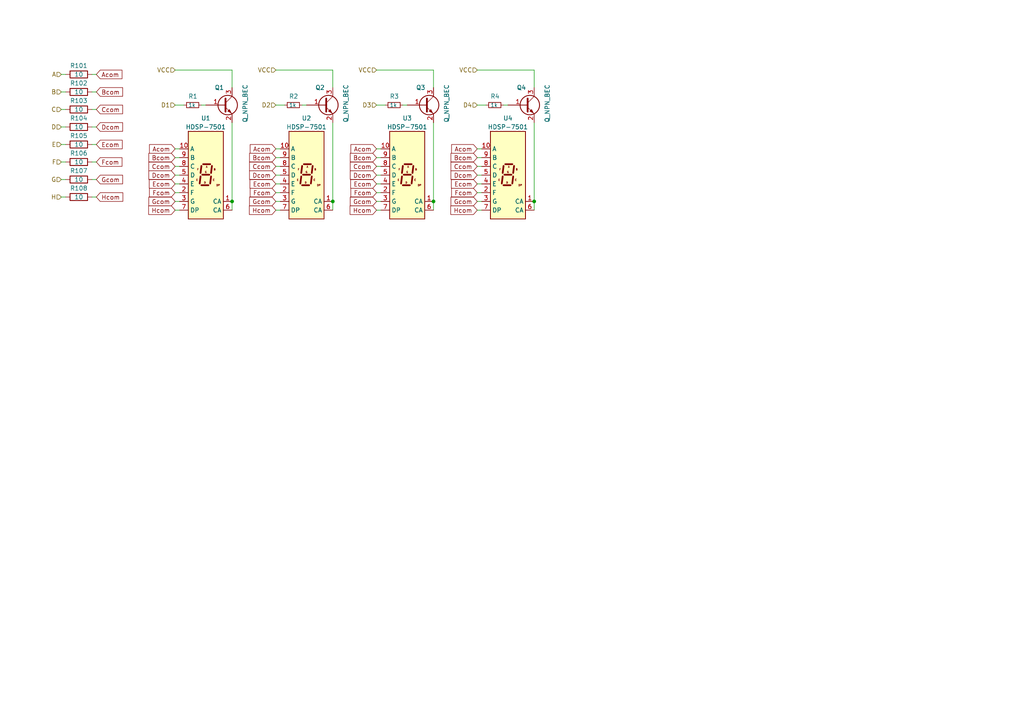
<source format=kicad_sch>
(kicad_sch (version 20211123) (generator eeschema)
  (paper "A4")
  (title_block (title "4 digit display") (date "2022-06-04") (rev "1.0.0") (company "Poznan University of Technology"))
  (lib_symbols
    (symbol "Device:Q_NPN_BEC" (pin_names (offset 0) hide)
      (property "Reference" "Q" (at 5.08 1.27 0))
      (property "Value" "Q_NPN_BEC" (at 5.08 -1.27 0))
      (symbol "Q_NPN_BEC_0_1"
        (polyline (pts (xy 0.635 0.635) (xy 2.54 2.54)))
        (polyline (pts (xy 0.635 -0.635) (xy 2.54 -2.54) (xy 2.54 -2.54)))
        (polyline (pts (xy 0.635 1.905) (xy 0.635 -1.905) (xy 0.635 -1.905)) (stroke (width 0.508)))
        (polyline (pts (xy 1.27 -1.778) (xy 1.778 -1.27) (xy 2.286 -2.286) (xy 1.27 -1.778) (xy 1.27 -1.778)) (fill (type outline)))
        (circle (center 1.27 0) (radius 2.8194) (stroke (width 0.254)))
      )
      (symbol "Q_NPN_BEC_1_1"
        (pin input line (at -5.08 0 0) (length 5.715) (name "B") (number "1"))
        (pin passive line (at 2.54 -5.08 90) (length 2.54) (name "E") (number "2"))
        (pin passive line (at 2.54 5.08 270) (length 2.54) (name "C") (number "3"))
      )
    )
    (symbol "Device:R" (pin_numbers hide) (pin_names (offset 0))
      (property "Reference" "R" (at 2.032 0 90))
      (property "Value" "R" (at 0 0 90))
      (symbol "R_0_1"
        (rectangle (start -1.016 -2.54) (end 1.016 2.54) (stroke (width 0.254)))
      )
      (symbol "R_1_1"
        (pin passive line (at 0 3.81 270) (length 1.27) (name "~") (number "1"))
        (pin passive line (at 0 -3.81 90) (length 1.27) (name "~") (number "2"))
      )
    )
    (symbol "Device:R_Small" (pin_numbers hide) (pin_names (offset 0.254) hide)
      (property "Reference" "R" (at 0.762 0.508 0))
      (property "Value" "R_Small" (at 0.762 -1.016 0))
      (symbol "R_Small_0_1"
        (rectangle (start -0.762 1.778) (end 0.762 -1.778) (stroke (width 0.2032)))
      )
      (symbol "R_Small_1_1"
        (pin passive line (at 0 2.54 270) (length 0.762) (name "~") (number "1"))
        (pin passive line (at 0 -2.54 90) (length 0.762) (name "~") (number "2"))
      )
    )
    (symbol "Display_Character:HDSP-7501"
      (property "Reference" "U" (at -3.81 13.97 0))
      (property "Value" "HDSP-7501" (at 6.35 13.97 0))
      (symbol "HDSP-7501_1_0"
        (text "A" (at 0.254 2.413 0) (effects (font (size 0.508 0.508))))
        (text "B" (at 2.54 1.651 0) (effects (font (size 0.508 0.508))))
        (text "C" (at 2.286 -1.397 0) (effects (font (size 0.508 0.508))))
        (text "D" (at -0.254 -2.159 0) (effects (font (size 0.508 0.508))))
        (text "DP" (at 3.556 -2.921 0) (effects (font (size 0.508 0.508))))
        (text "E" (at -2.54 -1.397 0) (effects (font (size 0.508 0.508))))
        (text "F" (at -2.286 1.651 0) (effects (font (size 0.508 0.508))))
        (text "G" (at 0 0.889 0) (effects (font (size 0.508 0.508))))
      )
      (symbol "HDSP-7501_1_1"
        (rectangle (start -5.08 12.7) (end 5.08 -12.7) (stroke (width 0.254)) (fill (type background)))
        (polyline (pts (xy -1.524 -0.381) (xy -1.778 -2.413)) (stroke (width 0.508)))
        (polyline (pts (xy -1.27 -2.921) (xy 0.762 -2.921)) (stroke (width 0.508)))
        (polyline (pts (xy -1.27 2.667) (xy -1.524 0.635)) (stroke (width 0.508)))
        (polyline (pts (xy -1.016 0.127) (xy 1.016 0.127)) (stroke (width 0.508)))
        (polyline (pts (xy -0.762 3.175) (xy 1.27 3.175)) (stroke (width 0.508)))
        (polyline (pts (xy 1.524 -0.381) (xy 1.27 -2.413)) (stroke (width 0.508)))
        (polyline (pts (xy 1.778 2.667) (xy 1.524 0.635)) (stroke (width 0.508)))
        (polyline (pts (xy 2.54 -2.921) (xy 2.54 -2.921)) (stroke (width 0.508)))
        (pin input line (at 7.62 -7.62 180) (length 2.54) (name "CA") (number "1"))
        (pin input line (at -7.62 7.62 0) (length 2.54) (name "A") (number "10"))
        (pin input line (at -7.62 -5.08 0) (length 2.54) (name "F") (number "2"))
        (pin input line (at -7.62 -7.62 0) (length 2.54) (name "G") (number "3"))
        (pin input line (at -7.62 -2.54 0) (length 2.54) (name "E") (number "4"))
        (pin input line (at -7.62 0 0) (length 2.54) (name "D") (number "5"))
        (pin input line (at 7.62 -10.16 180) (length 2.54) (name "CA") (number "6"))
        (pin input line (at -7.62 -10.16 0) (length 2.54) (name "DP") (number "7"))
        (pin input line (at -7.62 2.54 0) (length 2.54) (name "C") (number "8"))
        (pin input line (at -7.62 5.08 0) (length 2.54) (name "B") (number "9"))
      )
    )
  )
  (junction (at 154.94 58.42))
  (junction (at 96.52 58.42))
  (junction (at 67.31 58.42))
  (junction (at 125.73 58.42))
  (wire (pts (xy 50.8 60.96) (xy 52.07 60.96)))
  (wire (pts (xy 109.22 58.42) (xy 110.49 58.42)))
  (wire (pts (xy 109.22 60.96) (xy 110.49 60.96)))
  (wire (pts (xy 96.52 58.42) (xy 96.52 60.96)))
  (wire (pts (xy 80.01 60.96) (xy 81.28 60.96)))
  (wire (pts (xy 154.94 35.56) (xy 154.94 58.42)))
  (wire (pts (xy 109.22 48.26) (xy 110.49 48.26)))
  (wire (pts (xy 109.22 20.32) (xy 125.73 20.32)))
  (wire (pts (xy 17.78 26.67) (xy 19.05 26.67)))
  (wire (pts (xy 138.43 20.32) (xy 154.94 20.32)))
  (wire (pts (xy 26.67 41.91) (xy 27.94 41.91)))
  (wire (pts (xy 50.8 43.18) (xy 52.07 43.18)))
  (wire (pts (xy 138.43 45.72) (xy 139.7 45.72)))
  (wire (pts (xy 109.22 53.34) (xy 110.49 53.34)))
  (wire (pts (xy 50.8 20.32) (xy 67.31 20.32)))
  (wire (pts (xy 109.22 55.88) (xy 110.49 55.88)))
  (wire (pts (xy 80.01 58.42) (xy 81.28 58.42)))
  (wire (pts (xy 125.73 35.56) (xy 125.73 58.42)))
  (wire (pts (xy 138.43 50.8) (xy 139.7 50.8)))
  (wire (pts (xy 26.67 21.59) (xy 27.94 21.59)))
  (wire (pts (xy 80.01 45.72) (xy 81.28 45.72)))
  (wire (pts (xy 80.01 53.34) (xy 81.28 53.34)))
  (wire (pts (xy 109.22 45.72) (xy 110.49 45.72)))
  (wire (pts (xy 109.22 30.48) (xy 111.76 30.48)))
  (wire (pts (xy 50.8 45.72) (xy 52.07 45.72)))
  (wire (pts (xy 50.8 55.88) (xy 52.07 55.88)))
  (wire (pts (xy 26.67 57.15) (xy 27.94 57.15)))
  (wire (pts (xy 138.43 53.34) (xy 139.7 53.34)))
  (wire (pts (xy 116.84 30.48) (xy 118.11 30.48)))
  (wire (pts (xy 87.63 30.48) (xy 88.9 30.48)))
  (wire (pts (xy 138.43 30.48) (xy 140.97 30.48)))
  (wire (pts (xy 50.8 58.42) (xy 52.07 58.42)))
  (wire (pts (xy 67.31 35.56) (xy 67.31 58.42)))
  (wire (pts (xy 67.31 20.32) (xy 67.31 25.4)))
  (wire (pts (xy 17.78 21.59) (xy 19.05 21.59)))
  (wire (pts (xy 50.8 50.8) (xy 52.07 50.8)))
  (wire (pts (xy 50.8 30.48) (xy 53.34 30.48)))
  (wire (pts (xy 26.67 31.75) (xy 27.94 31.75)))
  (wire (pts (xy 67.31 58.42) (xy 67.31 60.96)))
  (wire (pts (xy 80.01 30.48) (xy 82.55 30.48)))
  (wire (pts (xy 26.67 36.83) (xy 27.94 36.83)))
  (wire (pts (xy 26.67 26.67) (xy 27.94 26.67)))
  (wire (pts (xy 17.78 57.15) (xy 19.05 57.15)))
  (wire (pts (xy 50.8 48.26) (xy 52.07 48.26)))
  (wire (pts (xy 96.52 20.32) (xy 96.52 25.4)))
  (wire (pts (xy 17.78 46.99) (xy 19.05 46.99)))
  (wire (pts (xy 80.01 50.8) (xy 81.28 50.8)))
  (wire (pts (xy 80.01 43.18) (xy 81.28 43.18)))
  (wire (pts (xy 26.67 46.99) (xy 27.94 46.99)))
  (wire (pts (xy 109.22 43.18) (xy 110.49 43.18)))
  (wire (pts (xy 17.78 41.91) (xy 19.05 41.91)))
  (wire (pts (xy 109.22 50.8) (xy 110.49 50.8)))
  (wire (pts (xy 26.67 52.07) (xy 27.94 52.07)))
  (wire (pts (xy 17.78 52.07) (xy 19.05 52.07)))
  (wire (pts (xy 138.43 55.88) (xy 139.7 55.88)))
  (wire (pts (xy 146.05 30.48) (xy 147.32 30.48)))
  (wire (pts (xy 80.01 20.32) (xy 96.52 20.32)))
  (wire (pts (xy 80.01 48.26) (xy 81.28 48.26)))
  (wire (pts (xy 138.43 58.42) (xy 139.7 58.42)))
  (wire (pts (xy 125.73 58.42) (xy 125.73 60.96)))
  (wire (pts (xy 125.73 20.32) (xy 125.73 25.4)))
  (wire (pts (xy 17.78 36.83) (xy 19.05 36.83)))
  (wire (pts (xy 138.43 48.26) (xy 139.7 48.26)))
  (wire (pts (xy 17.78 31.75) (xy 19.05 31.75)))
  (wire (pts (xy 154.94 58.42) (xy 154.94 60.96)))
  (wire (pts (xy 138.43 43.18) (xy 139.7 43.18)))
  (wire (pts (xy 58.42 30.48) (xy 59.69 30.48)))
  (wire (pts (xy 96.52 35.56) (xy 96.52 58.42)))
  (wire (pts (xy 138.43 60.96) (xy 139.7 60.96)))
  (wire (pts (xy 80.01 55.88) (xy 81.28 55.88)))
  (wire (pts (xy 50.8 53.34) (xy 52.07 53.34)))
  (wire (pts (xy 154.94 20.32) (xy 154.94 25.4)))
  (global_label "Ccom" (shape input) (at 27.94 31.75 0) (property "Intersheet References" "${INTERSHEET_REFS}" (effects hide)))
  (global_label "Ecom" (shape input) (at 80.01 53.34 180) (property "Intersheet References" "${INTERSHEET_REFS}" (effects hide)))
  (global_label "Fcom" (shape input) (at 80.01 55.88 180) (property "Intersheet References" "${INTERSHEET_REFS}" (effects hide)))
  (global_label "Fcom" (shape input) (at 138.43 55.88 180) (property "Intersheet References" "${INTERSHEET_REFS}" (effects hide)))
  (global_label "Ecom" (shape input) (at 138.43 53.34 180) (property "Intersheet References" "${INTERSHEET_REFS}" (effects hide)))
  (global_label "Bcom" (shape input) (at 50.8 45.72 180) (property "Intersheet References" "${INTERSHEET_REFS}" (effects hide)))
  (global_label "Dcom" (shape input) (at 27.94 36.83 0) (property "Intersheet References" "${INTERSHEET_REFS}" (effects hide)))
  (global_label "Dcom" (shape input) (at 109.22 50.8 180) (property "Intersheet References" "${INTERSHEET_REFS}" (effects hide)))
  (global_label "Bcom" (shape input) (at 27.94 26.67 0) (property "Intersheet References" "${INTERSHEET_REFS}" (effects hide)))
  (global_label "Hcom" (shape input) (at 109.22 60.96 180) (property "Intersheet References" "${INTERSHEET_REFS}" (effects hide)))
  (global_label "Hcom" (shape input) (at 27.94 57.15 0) (property "Intersheet References" "${INTERSHEET_REFS}" (effects hide)))
  (global_label "Ecom" (shape input) (at 27.94 41.91 0) (property "Intersheet References" "${INTERSHEET_REFS}" (effects hide)))
  (global_label "Hcom" (shape input) (at 138.43 60.96 180) (property "Intersheet References" "${INTERSHEET_REFS}" (effects hide)))
  (global_label "Ccom" (shape input) (at 138.43 48.26 180) (property "Intersheet References" "${INTERSHEET_REFS}" (effects hide)))
  (global_label "Acom" (shape input) (at 109.22 43.18 180) (property "Intersheet References" "${INTERSHEET_REFS}" (effects hide)))
  (global_label "Gcom" (shape input) (at 138.43 58.42 180) (property "Intersheet References" "${INTERSHEET_REFS}" (effects hide)))
  (global_label "Bcom" (shape input) (at 109.22 45.72 180) (property "Intersheet References" "${INTERSHEET_REFS}" (effects hide)))
  (global_label "Fcom" (shape input) (at 50.8 55.88 180) (property "Intersheet References" "${INTERSHEET_REFS}" (effects hide)))
  (global_label "Dcom" (shape input) (at 80.01 50.8 180) (property "Intersheet References" "${INTERSHEET_REFS}" (effects hide)))
  (global_label "Hcom" (shape input) (at 80.01 60.96 180) (property "Intersheet References" "${INTERSHEET_REFS}" (effects hide)))
  (global_label "Ecom" (shape input) (at 50.8 53.34 180) (property "Intersheet References" "${INTERSHEET_REFS}" (effects hide)))
  (global_label "Acom" (shape input) (at 27.94 21.59 0) (property "Intersheet References" "${INTERSHEET_REFS}" (effects hide)))
  (global_label "Bcom" (shape input) (at 80.01 45.72 180) (property "Intersheet References" "${INTERSHEET_REFS}" (effects hide)))
  (global_label "Gcom" (shape input) (at 109.22 58.42 180) (property "Intersheet References" "${INTERSHEET_REFS}" (effects hide)))
  (global_label "Gcom" (shape input) (at 80.01 58.42 180) (property "Intersheet References" "${INTERSHEET_REFS}" (effects hide)))
  (global_label "Fcom" (shape input) (at 27.94 46.99 0) (property "Intersheet References" "${INTERSHEET_REFS}" (effects hide)))
  (global_label "Acom" (shape input) (at 80.01 43.18 180) (property "Intersheet References" "${INTERSHEET_REFS}" (effects hide)))
  (global_label "Ccom" (shape input) (at 109.22 48.26 180) (property "Intersheet References" "${INTERSHEET_REFS}" (effects hide)))
  (global_label "Fcom" (shape input) (at 109.22 55.88 180) (property "Intersheet References" "${INTERSHEET_REFS}" (effects hide)))
  (global_label "Hcom" (shape input) (at 50.8 60.96 180) (property "Intersheet References" "${INTERSHEET_REFS}" (effects hide)))
  (global_label "Ccom" (shape input) (at 50.8 48.26 180) (property "Intersheet References" "${INTERSHEET_REFS}" (effects hide)))
  (global_label "Acom" (shape input) (at 138.43 43.18 180) (property "Intersheet References" "${INTERSHEET_REFS}" (effects hide)))
  (global_label "Dcom" (shape input) (at 50.8 50.8 180) (property "Intersheet References" "${INTERSHEET_REFS}" (effects hide)))
  (global_label "Bcom" (shape input) (at 138.43 45.72 180) (property "Intersheet References" "${INTERSHEET_REFS}" (effects hide)))
  (global_label "Acom" (shape input) (at 50.8 43.18 180) (property "Intersheet References" "${INTERSHEET_REFS}" (effects hide)))
  (global_label "Ccom" (shape input) (at 80.01 48.26 180) (property "Intersheet References" "${INTERSHEET_REFS}" (effects hide)))
  (global_label "Gcom" (shape input) (at 50.8 58.42 180) (property "Intersheet References" "${INTERSHEET_REFS}" (effects hide)))
  (global_label "Dcom" (shape input) (at 138.43 50.8 180) (property "Intersheet References" "${INTERSHEET_REFS}" (effects hide)))
  (global_label "Ecom" (shape input) (at 109.22 53.34 180) (property "Intersheet References" "${INTERSHEET_REFS}" (effects hide)))
  (global_label "Gcom" (shape input) (at 27.94 52.07 0) (property "Intersheet References" "${INTERSHEET_REFS}" (effects hide)))
  (hierarchical_label "D2" (shape input) (at 80.01 30.48 180))
  (hierarchical_label "D1" (shape input) (at 50.8 30.48 180))
  (hierarchical_label "VCC" (shape input) (at 138.43 20.32 180))
  (hierarchical_label "D" (shape input) (at 17.78 36.83 180))
  (hierarchical_label "D3" (shape input) (at 109.22 30.48 180))
  (hierarchical_label "C" (shape input) (at 17.78 31.75 180))
  (hierarchical_label "B" (shape input) (at 17.78 26.67 180))
  (hierarchical_label "D4" (shape input) (at 138.43 30.48 180))
  (hierarchical_label "VCC" (shape input) (at 80.01 20.32 180))
  (hierarchical_label "VCC" (shape input) (at 50.8 20.32 180))
  (hierarchical_label "G" (shape input) (at 17.78 52.07 180))
  (hierarchical_label "H" (shape input) (at 17.78 57.15 180))
  (hierarchical_label "E" (shape input) (at 17.78 41.91 180))
  (hierarchical_label "F" (shape input) (at 17.78 46.99 180))
  (hierarchical_label "A" (shape input) (at 17.78 21.59 180))
  (hierarchical_label "VCC" (shape input) (at 109.22 20.32 180))
  (symbol (lib_id "Device:Q_NPN_BEC") (at 64.77 30.48 0) (unit 1)
    (property "Reference" "Q1" (at 62.23 25.4 0) (effects (justify left)))
    (property "Value" "Q_NPN_BEC" (at 71.12 35.56 90) (effects (justify left)))
    (property "Footprint" "Package_TO_SOT_SMD:SOT-23" (effects hide))
  )
  (symbol (lib_id "Device:R") (at 22.86 36.83 270) (unit 1)
    (property "Reference" "R104" (at 22.86 34.29 90))
    (property "Value" "10" (at 22.86 36.83 90))
    (property "Footprint" "Resistor_SMD:R_0805_2012Metric" (effects hide))
  )
  (symbol (lib_id "Device:R_Small") (at 143.51 30.48 270) (unit 1)
    (property "Reference" "R4" (at 142.24 27.94 90) (effects (justify left)))
    (property "Value" "1k" (at 142.24 30.48 90) (effects (font (size 1.1 1.1)) (justify left)))
    (property "Footprint" "Resistor_SMD:R_0805_2012Metric" (effects hide))
  )
  (symbol (lib_id "Device:Q_NPN_BEC") (at 123.19 30.48 0) (unit 1)
    (property "Reference" "Q3" (at 120.65 25.4 0) (effects (justify left)))
    (property "Value" "Q_NPN_BEC" (at 129.54 35.56 90) (effects (justify left)))
    (property "Footprint" "Package_TO_SOT_SMD:SOT-23" (effects hide))
  )
  (symbol (lib_id "Device:R_Small") (at 114.3 30.48 270) (unit 1)
    (property "Reference" "R3" (at 113.03 27.94 90) (effects (justify left)))
    (property "Value" "1k" (at 113.03 30.48 90) (effects (font (size 1.1 1.1)) (justify left)))
    (property "Footprint" "Resistor_SMD:R_0805_2012Metric" (effects hide))
  )
  (symbol (lib_id "Device:R") (at 22.86 31.75 270) (unit 1)
    (property "Reference" "R103" (at 22.86 29.21 90))
    (property "Value" "10" (at 22.86 31.75 90))
    (property "Footprint" "Resistor_SMD:R_0805_2012Metric" (effects hide))
  )
  (symbol (lib_id "Display_Character:HDSP-7501") (at 88.9 50.8 0) (unit 1)
    (property "Reference" "U2" (at 88.9 34.29 0))
    (property "Value" "HDSP-7501" (at 88.9 36.83 0))
    (property "Footprint" "Display_7Segment:HDSP-A151" (effects hide))
    (property "Datasheet" "https://docs.broadcom.com/docs/AV02-2553EN" (effects hide))
  )
  (symbol (lib_id "Device:R") (at 22.86 57.15 270) (unit 1)
    (property "Reference" "R108" (at 22.86 54.61 90))
    (property "Value" "10" (at 22.86 57.15 90))
    (property "Footprint" "Resistor_SMD:R_0805_2012Metric" (effects hide))
  )
  (symbol (lib_id "Device:Q_NPN_BEC") (at 93.98 30.48 0) (unit 1)
    (property "Reference" "Q2" (at 91.44 25.4 0) (effects (justify left)))
    (property "Value" "Q_NPN_BEC" (at 100.33 35.56 90) (effects (justify left)))
    (property "Footprint" "Package_TO_SOT_SMD:SOT-23" (effects hide))
  )
  (symbol (lib_id "Device:Q_NPN_BEC") (at 152.4 30.48 0) (unit 1)
    (property "Reference" "Q4" (at 149.86 25.4 0) (effects (justify left)))
    (property "Value" "Q_NPN_BEC" (at 158.75 35.56 90) (effects (justify left)))
    (property "Footprint" "Package_TO_SOT_SMD:SOT-23" (effects hide))
  )
  (symbol (lib_id "Display_Character:HDSP-7501") (at 59.69 50.8 0) (unit 1)
    (property "Reference" "U1" (at 59.69 34.29 0))
    (property "Value" "HDSP-7501" (at 59.69 36.83 0))
    (property "Footprint" "Display_7Segment:HDSP-A151" (effects hide))
    (property "Datasheet" "https://docs.broadcom.com/docs/AV02-2553EN" (effects hide))
  )
  (symbol (lib_id "Device:R_Small") (at 85.09 30.48 270) (unit 1)
    (property "Reference" "R2" (at 83.82 27.94 90) (effects (justify left)))
    (property "Value" "1k" (at 83.82 30.48 90) (effects (font (size 1.1 1.1)) (justify left)))
    (property "Footprint" "Resistor_SMD:R_0805_2012Metric" (effects hide))
  )
  (symbol (lib_id "Device:R_Small") (at 55.88 30.48 270) (unit 1)
    (property "Reference" "R1" (at 54.61 27.94 90) (effects (justify left)))
    (property "Value" "1k" (at 54.61 30.48 90) (effects (font (size 1.1 1.1)) (justify left)))
    (property "Footprint" "Resistor_SMD:R_0805_2012Metric" (effects hide))
  )
  (symbol (lib_id "Device:R") (at 22.86 26.67 270) (unit 1)
    (property "Reference" "R102" (at 22.86 24.13 90))
    (property "Value" "10" (at 22.86 26.67 90))
    (property "Footprint" "Resistor_SMD:R_0805_2012Metric" (effects hide))
  )
  (symbol (lib_id "Display_Character:HDSP-7501") (at 118.11 50.8 0) (unit 1)
    (property "Reference" "U3" (at 118.11 34.29 0))
    (property "Value" "HDSP-7501" (at 118.11 36.83 0))
    (property "Footprint" "Display_7Segment:HDSP-A151" (effects hide))
    (property "Datasheet" "https://docs.broadcom.com/docs/AV02-2553EN" (effects hide))
  )
  (symbol (lib_id "Device:R") (at 22.86 46.99 270) (unit 1)
    (property "Reference" "R106" (at 22.86 44.45 90))
    (property "Value" "10" (at 22.86 46.99 90))
    (property "Footprint" "Resistor_SMD:R_0805_2012Metric" (effects hide))
  )
  (symbol (lib_id "Device:R") (at 22.86 21.59 270) (unit 1)
    (property "Reference" "R101" (at 22.86 19.05 90))
    (property "Value" "10" (at 22.86 21.59 90))
    (property "Footprint" "Resistor_SMD:R_0805_2012Metric" (effects hide))
  )
  (symbol (lib_id "Device:R") (at 22.86 41.91 270) (unit 1)
    (property "Reference" "R105" (at 22.86 39.37 90))
    (property "Value" "10" (at 22.86 41.91 90))
    (property "Footprint" "Resistor_SMD:R_0805_2012Metric" (effects hide))
  )
  (symbol (lib_id "Display_Character:HDSP-7501") (at 147.32 50.8 0) (unit 1)
    (property "Reference" "U4" (at 147.32 34.29 0))
    (property "Value" "HDSP-7501" (at 147.32 36.83 0))
    (property "Footprint" "Display_7Segment:HDSP-A151" (effects hide))
    (property "Datasheet" "https://docs.broadcom.com/docs/AV02-2553EN" (effects hide))
  )
  (symbol (lib_id "Device:R") (at 22.86 52.07 270) (unit 1)
    (property "Reference" "R107" (at 22.86 49.53 90))
    (property "Value" "10" (at 22.86 52.07 90))
    (property "Footprint" "Resistor_SMD:R_0805_2012Metric" (effects hide))
  )
)
</source>
